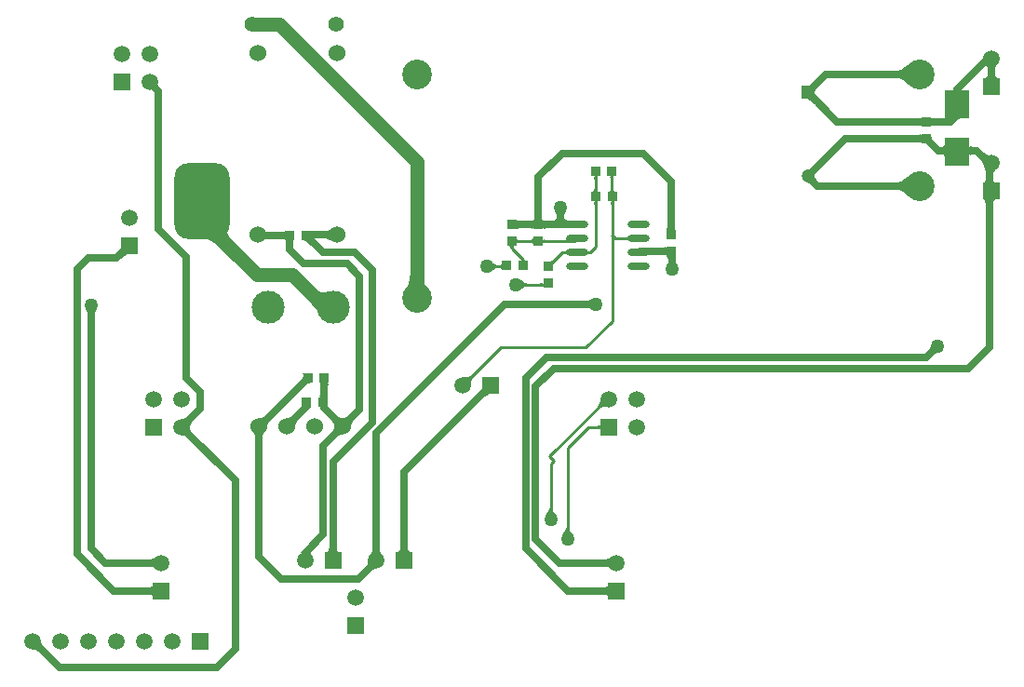
<source format=gbl>
G04 Layer_Physical_Order=2*
G04 Layer_Color=16711680*
%FSLAX25Y25*%
%MOIN*%
G70*
G01*
G75*
G04:AMPARAMS|DCode=11|XSize=196.85mil|YSize=271.65mil|CornerRadius=49.21mil|HoleSize=0mil|Usage=FLASHONLY|Rotation=180.000|XOffset=0mil|YOffset=0mil|HoleType=Round|Shape=RoundedRectangle|*
%AMROUNDEDRECTD11*
21,1,0.19685,0.17323,0,0,180.0*
21,1,0.09843,0.27165,0,0,180.0*
1,1,0.09843,-0.04921,0.08661*
1,1,0.09843,0.04921,0.08661*
1,1,0.09843,0.04921,-0.08661*
1,1,0.09843,-0.04921,-0.08661*
%
%ADD11ROUNDEDRECTD11*%
%ADD13C,0.02500*%
%ADD14C,0.05000*%
%ADD16C,0.01000*%
%ADD17R,0.05906X0.05906*%
%ADD18C,0.05906*%
%ADD19C,0.06000*%
%ADD20C,0.11811*%
%ADD21C,0.10630*%
%ADD22R,0.04724X0.04724*%
%ADD23C,0.04724*%
%ADD24C,0.05512*%
%ADD25R,0.05906X0.05906*%
%ADD26C,0.05000*%
%ADD27R,0.03740X0.03543*%
%ADD28R,0.03543X0.03740*%
%ADD29R,0.09055X0.09843*%
%ADD30O,0.08000X0.02400*%
G36*
X357177Y313154D02*
X356988Y313299D01*
X356763Y313371D01*
X356501Y313373D01*
X356202Y313302D01*
X355867Y313160D01*
X355495Y312946D01*
X355087Y312661D01*
X354642Y312304D01*
X353642Y311374D01*
X351973Y313240D01*
X352464Y313750D01*
X353239Y314664D01*
X353521Y315070D01*
X353734Y315441D01*
X353877Y315777D01*
X353951Y316079D01*
X353954Y316346D01*
X353888Y316578D01*
X353752Y316776D01*
X357177Y313154D01*
D02*
G37*
G36*
X414664Y315236D02*
X414525Y315075D01*
X414401Y314885D01*
X414292Y314665D01*
X414198Y314416D01*
X414119Y314138D01*
X414056Y313830D01*
X414007Y313494D01*
X413956Y312733D01*
X413953Y312309D01*
X411029Y315232D01*
X411454Y315235D01*
X412214Y315287D01*
X412551Y315335D01*
X412858Y315399D01*
X413136Y315478D01*
X413385Y315571D01*
X413605Y315680D01*
X413796Y315804D01*
X413957Y315944D01*
X414664Y315236D01*
D02*
G37*
G36*
X279655Y339108D02*
X279570Y338983D01*
X279495Y338840D01*
X279430Y338679D01*
X279375Y338500D01*
X279330Y338303D01*
X279295Y338088D01*
X279270Y337855D01*
X279250Y337335D01*
X276750D01*
X276745Y337604D01*
X276705Y338088D01*
X276670Y338303D01*
X276625Y338500D01*
X276570Y338679D01*
X276505Y338840D01*
X276430Y338983D01*
X276345Y339108D01*
X276250Y339215D01*
X279750D01*
X279655Y339108D01*
D02*
G37*
G36*
X580975Y324000D02*
X580832Y323992D01*
X580684Y323963D01*
X580529Y323915D01*
X580370Y323847D01*
X580204Y323760D01*
X580033Y323652D01*
X579856Y323525D01*
X579674Y323378D01*
X579292Y323025D01*
X577525Y324792D01*
X577711Y324986D01*
X578025Y325356D01*
X578152Y325533D01*
X578260Y325704D01*
X578347Y325870D01*
X578415Y326029D01*
X578463Y326184D01*
X578492Y326332D01*
X578500Y326475D01*
X580975Y324000D01*
D02*
G37*
G36*
X421595Y309339D02*
X421400Y309480D01*
X421171Y309551D01*
X420905D01*
X420605Y309480D01*
X420269Y309339D01*
X419898Y309127D01*
X419491Y308844D01*
X419049Y308490D01*
X418059Y307571D01*
X416291Y309339D01*
X416786Y309851D01*
X417564Y310771D01*
X417847Y311177D01*
X418059Y311548D01*
X418201Y311884D01*
X418271Y312185D01*
Y312450D01*
X418201Y312680D01*
X418059Y312874D01*
X421595Y309339D01*
D02*
G37*
G36*
X356854Y304642D02*
X356785Y304615D01*
X356667Y304536D01*
X356501Y304403D01*
X356023Y303979D01*
X353978Y301990D01*
X351567Y303114D01*
X352106Y303671D01*
X352944Y304649D01*
X353242Y305070D01*
X353460Y305446D01*
X353598Y305777D01*
X353656Y306063D01*
X353633Y306304D01*
X353530Y306499D01*
X353347Y306650D01*
X356854Y304642D01*
D02*
G37*
G36*
X342154Y299887D02*
X341946Y299667D01*
X341758Y299446D01*
X341591Y299223D01*
X341444Y298998D01*
X341318Y298771D01*
X341213Y298543D01*
X341127Y298313D01*
X341063Y298081D01*
X341019Y297847D01*
X340995Y297612D01*
X338228Y300771D01*
X338464Y300765D01*
X338698Y300782D01*
X338931Y300824D01*
X339162Y300889D01*
X339392Y300979D01*
X339620Y301092D01*
X339846Y301229D01*
X340071Y301390D01*
X340294Y301574D01*
X340515Y301783D01*
X342154Y299887D01*
D02*
G37*
G36*
X363068Y313117D02*
X362982Y313042D01*
X362905Y312917D01*
X362839Y312742D01*
X362783Y312517D01*
X362737Y312242D01*
X362701Y311917D01*
X362661Y311117D01*
X362657Y310814D01*
X362760Y308358D01*
X359240D01*
X359414Y308383D01*
X359570Y308458D01*
X359707Y308583D01*
X359826Y308758D01*
X359927Y308983D01*
X360009Y309258D01*
X360073Y309583D01*
X360119Y309958D01*
X360146Y310383D01*
X360154Y310781D01*
X360150Y311117D01*
X360074Y312242D01*
X360028Y312517D01*
X359972Y312742D01*
X359906Y312917D01*
X359829Y313042D01*
X359743Y313117D01*
X359646Y313142D01*
X363165D01*
X363068Y313117D01*
D02*
G37*
G36*
X462726Y304613D02*
X462347Y304691D01*
X461991Y304744D01*
X461658Y304772D01*
X461347Y304774D01*
X461059Y304750D01*
X460793Y304701D01*
X460551Y304627D01*
X460330Y304527D01*
X460133Y304402D01*
X459958Y304251D01*
X459411Y305119D01*
X459528Y305254D01*
X459644Y305426D01*
X459758Y305634D01*
X459870Y305878D01*
X459980Y306159D01*
X460197Y306828D01*
X460407Y307641D01*
X460509Y308102D01*
X462726Y304613D01*
D02*
G37*
G36*
X358688Y346868D02*
X359128Y346511D01*
X359561Y346217D01*
X359988Y345984D01*
X360408Y345814D01*
X360822Y345705D01*
X361230Y345659D01*
X361631Y345675D01*
X362025Y345753D01*
X362413Y345893D01*
X359363Y338216D01*
X359221Y338525D01*
X359046Y338849D01*
X358840Y339187D01*
X358330Y339908D01*
X358027Y340290D01*
X356924Y341524D01*
X356492Y341965D01*
X358241Y347286D01*
X358688Y346868D01*
D02*
G37*
G36*
X483642Y358740D02*
X487358D01*
X487337Y358715D01*
X487319Y358640D01*
X487303Y358515D01*
X487277Y358115D01*
X487265Y357276D01*
X487295Y356912D01*
X487330Y356697D01*
X487375Y356500D01*
X487430Y356321D01*
X487495Y356160D01*
X487570Y356017D01*
X487655Y355892D01*
X487750Y355785D01*
X484250D01*
X484345Y355892D01*
X484430Y356017D01*
X484505Y356160D01*
X484570Y356321D01*
X484625Y356500D01*
X484670Y356697D01*
X484705Y356912D01*
X484716Y357012D01*
X484706Y357140D01*
X484650Y357515D01*
X484573Y357840D01*
X484473Y358115D01*
X484351Y358340D01*
X484207Y358515D01*
X484041Y358640D01*
X483852Y358715D01*
X483642Y358740D01*
X483617Y358837D01*
X483542Y358924D01*
X483417Y359000D01*
X483242Y359067D01*
X483017Y359122D01*
X482742Y359168D01*
X482417Y359204D01*
X481617Y359245D01*
X481142Y359250D01*
Y361750D01*
X481617Y361755D01*
X482742Y361831D01*
X483017Y361877D01*
X483242Y361933D01*
X483417Y362000D01*
X483542Y362076D01*
X483617Y362163D01*
X483642Y362260D01*
Y358740D01*
D02*
G37*
G36*
X424847Y354000D02*
X424837Y354095D01*
X424806Y354180D01*
X424756Y354255D01*
X424685Y354320D01*
X424594Y354375D01*
X424482Y354420D01*
X424351Y354455D01*
X424199Y354480D01*
X424027Y354495D01*
X423835Y354500D01*
Y355500D01*
X424027Y355505D01*
X424199Y355520D01*
X424351Y355545D01*
X424482Y355580D01*
X424594Y355625D01*
X424685Y355680D01*
X424756Y355745D01*
X424806Y355820D01*
X424837Y355905D01*
X424847Y356000D01*
Y354000D01*
D02*
G37*
G36*
X448559Y359010D02*
X448545Y359103D01*
X448501Y359186D01*
X448430Y359260D01*
X448329Y359323D01*
X448200Y359377D01*
X448041Y359421D01*
X447855Y359456D01*
X447639Y359480D01*
X447394Y359495D01*
X447121Y359500D01*
Y360500D01*
X447394Y360505D01*
X447855Y360544D01*
X448041Y360578D01*
X448200Y360623D01*
X448329Y360677D01*
X448430Y360740D01*
X448501Y360814D01*
X448545Y360897D01*
X448559Y360990D01*
Y359010D01*
D02*
G37*
G36*
X444065Y356858D02*
X443862Y356647D01*
X443542Y356273D01*
X443426Y356108D01*
X443340Y355959D01*
X443283Y355825D01*
X443255Y355707D01*
X443256Y355604D01*
X443286Y355516D01*
X443346Y355444D01*
X441845Y356748D01*
X441926Y356697D01*
X442021Y356673D01*
X442129Y356677D01*
X442250Y356708D01*
X442385Y356766D01*
X442533Y356851D01*
X442695Y356964D01*
X442870Y357104D01*
X443260Y357467D01*
X444065Y356858D01*
D02*
G37*
G36*
X421527Y356512D02*
X421995Y356112D01*
X422220Y355950D01*
X422439Y355812D01*
X422652Y355700D01*
X422860Y355612D01*
X423062Y355550D01*
X423259Y355512D01*
X423449Y355500D01*
Y354500D01*
X423259Y354487D01*
X423062Y354450D01*
X422860Y354387D01*
X422652Y354300D01*
X422439Y354187D01*
X422220Y354050D01*
X421995Y353887D01*
X421764Y353700D01*
X421285Y353250D01*
Y356750D01*
X421527Y356512D01*
D02*
G37*
G36*
X432027Y350012D02*
X432495Y349612D01*
X432720Y349450D01*
X432939Y349312D01*
X433152Y349200D01*
X433360Y349112D01*
X433562Y349050D01*
X433759Y349012D01*
X433949Y349000D01*
Y348000D01*
X433759Y347987D01*
X433562Y347950D01*
X433360Y347887D01*
X433152Y347800D01*
X432939Y347687D01*
X432720Y347550D01*
X432495Y347387D01*
X432264Y347200D01*
X431785Y346750D01*
Y350250D01*
X432027Y350012D01*
D02*
G37*
G36*
X456715Y339750D02*
X456608Y339845D01*
X456483Y339930D01*
X456340Y340005D01*
X456179Y340070D01*
X456000Y340125D01*
X455803Y340170D01*
X455588Y340205D01*
X455355Y340230D01*
X454835Y340250D01*
Y342750D01*
X455104Y342755D01*
X455588Y342795D01*
X455803Y342830D01*
X456000Y342875D01*
X456179Y342930D01*
X456340Y342995D01*
X456483Y343070D01*
X456608Y343155D01*
X456715Y343250D01*
Y339750D01*
D02*
G37*
G36*
X397012Y351098D02*
X397110Y350079D01*
X397195Y349620D01*
X397305Y349194D01*
X397439Y348803D01*
X397598Y348445D01*
X397781Y348121D01*
X397989Y347831D01*
X398220Y347575D01*
X390779D01*
X391011Y347831D01*
X391219Y348121D01*
X391402Y348445D01*
X391561Y348803D01*
X391695Y349194D01*
X391805Y349620D01*
X391890Y350079D01*
X391951Y350571D01*
X391988Y351098D01*
X392000Y351659D01*
X397000D01*
X397012Y351098D01*
D02*
G37*
G36*
X439642Y347500D02*
X439632Y347595D01*
X439602Y347680D01*
X439552Y347755D01*
X439482Y347820D01*
X439392Y347875D01*
X439282Y347920D01*
X439152Y347955D01*
X439002Y347980D01*
X438832Y347995D01*
X438642Y348000D01*
Y349000D01*
X438832Y349005D01*
X439002Y349020D01*
X439152Y349045D01*
X439282Y349080D01*
X439392Y349125D01*
X439482Y349180D01*
X439552Y349245D01*
X439602Y349320D01*
X439632Y349405D01*
X439642Y349500D01*
Y347500D01*
D02*
G37*
G36*
X372085Y300097D02*
X371877Y299876D01*
X371691Y299654D01*
X371527Y299430D01*
X371385Y299204D01*
X371265Y298976D01*
X371168Y298747D01*
X371093Y298515D01*
X371039Y298282D01*
X371008Y298047D01*
X371000Y297810D01*
X368030Y300779D01*
X368267Y300788D01*
X368502Y300819D01*
X368736Y300872D01*
X368967Y300947D01*
X369197Y301045D01*
X369425Y301164D01*
X369651Y301306D01*
X369875Y301470D01*
X370097Y301656D01*
X370317Y301865D01*
X372085Y300097D01*
D02*
G37*
G36*
X357309Y253541D02*
X357094Y253314D01*
X356914Y253097D01*
X356768Y252890D01*
X356657Y252693D01*
X356581Y252507D01*
X356540Y252330D01*
X356533Y252164D01*
X356561Y252008D01*
X356624Y251861D01*
X356721Y251726D01*
X352869Y252241D01*
X355093Y254860D01*
X357309Y253541D01*
D02*
G37*
G36*
X463966Y246787D02*
X463799Y246943D01*
X463616Y247081D01*
X463419Y247204D01*
X463208Y247310D01*
X462981Y247400D01*
X462740Y247474D01*
X462484Y247531D01*
X462213Y247572D01*
X461928Y247596D01*
X461628Y247604D01*
Y250104D01*
X461928Y250112D01*
X462213Y250137D01*
X462484Y250178D01*
X462740Y250235D01*
X462981Y250308D01*
X463208Y250398D01*
X463419Y250505D01*
X463616Y250627D01*
X463799Y250766D01*
X463966Y250921D01*
Y246787D01*
D02*
G37*
G36*
X365762Y254743D02*
X365800Y254316D01*
X365862Y253939D01*
X365950Y253613D01*
X366062Y253336D01*
X366200Y253110D01*
X366362Y252934D01*
X366550Y252809D01*
X366762Y252733D01*
X367000Y252708D01*
X362000D01*
X362237Y252733D01*
X362450Y252809D01*
X362637Y252934D01*
X362800Y253110D01*
X362937Y253336D01*
X363050Y253613D01*
X363137Y253939D01*
X363200Y254316D01*
X363237Y254743D01*
X363250Y255220D01*
X365750D01*
X365762Y254743D01*
D02*
G37*
G36*
X381258Y253926D02*
X381283Y253641D01*
X381324Y253370D01*
X381381Y253114D01*
X381454Y252873D01*
X381544Y252647D01*
X381650Y252435D01*
X381773Y252238D01*
X381912Y252056D01*
X382067Y251888D01*
X377933D01*
X378088Y252056D01*
X378227Y252238D01*
X378350Y252435D01*
X378456Y252647D01*
X378546Y252873D01*
X378619Y253114D01*
X378676Y253370D01*
X378717Y253641D01*
X378742Y253926D01*
X378750Y254226D01*
X381250D01*
X381258Y253926D01*
D02*
G37*
G36*
X300966Y246787D02*
X300799Y246943D01*
X300616Y247081D01*
X300419Y247204D01*
X300208Y247310D01*
X299981Y247400D01*
X299740Y247474D01*
X299484Y247531D01*
X299214Y247572D01*
X298928Y247596D01*
X298628Y247604D01*
Y250104D01*
X298928Y250112D01*
X299214Y250137D01*
X299484Y250178D01*
X299740Y250235D01*
X299981Y250308D01*
X300208Y250398D01*
X300419Y250505D01*
X300616Y250627D01*
X300799Y250766D01*
X300966Y250921D01*
Y246787D01*
D02*
G37*
G36*
X300146Y236354D02*
X300121Y236592D01*
X300045Y236804D01*
X299920Y236992D01*
X299744Y237154D01*
X299518Y237292D01*
X299242Y237404D01*
X298915Y237492D01*
X298538Y237554D01*
X298111Y237592D01*
X297634Y237604D01*
Y240104D01*
X298111Y240117D01*
X298538Y240154D01*
X298915Y240217D01*
X299242Y240304D01*
X299518Y240417D01*
X299744Y240554D01*
X299920Y240717D01*
X300045Y240904D01*
X300121Y241117D01*
X300146Y241354D01*
Y236354D01*
D02*
G37*
G36*
X259970Y220679D02*
X260011Y220453D01*
X260072Y220229D01*
X260155Y220005D01*
X260258Y219782D01*
X260381Y219561D01*
X260526Y219340D01*
X260691Y219121D01*
X260876Y218902D01*
X261083Y218685D01*
X259418Y216814D01*
X259200Y217020D01*
X258980Y217203D01*
X258759Y217364D01*
X258538Y217500D01*
X258315Y217614D01*
X258091Y217704D01*
X257866Y217771D01*
X257640Y217815D01*
X257413Y217835D01*
X257185Y217832D01*
X259950Y220906D01*
X259970Y220679D01*
D02*
G37*
G36*
X380168Y246831D02*
X379942Y246808D01*
X379717Y246765D01*
X379492Y246701D01*
X379269Y246617D01*
X379047Y246512D01*
X378826Y246387D01*
X378606Y246242D01*
X378386Y246076D01*
X378168Y245890D01*
X377951Y245683D01*
X376052Y247320D01*
X376259Y247539D01*
X376442Y247759D01*
X376601Y247979D01*
X376737Y248201D01*
X376849Y248424D01*
X376938Y248648D01*
X377003Y248872D01*
X377044Y249098D01*
X377062Y249325D01*
X377056Y249552D01*
X380168Y246831D01*
D02*
G37*
G36*
X463146Y236354D02*
X463121Y236592D01*
X463046Y236804D01*
X462920Y236992D01*
X462744Y237154D01*
X462518Y237292D01*
X462242Y237404D01*
X461915Y237492D01*
X461538Y237554D01*
X461111Y237592D01*
X460634Y237604D01*
Y240104D01*
X461111Y240117D01*
X461538Y240154D01*
X461915Y240217D01*
X462242Y240304D01*
X462518Y240417D01*
X462744Y240554D01*
X462920Y240717D01*
X463046Y240904D01*
X463121Y241117D01*
X463146Y241354D01*
Y236354D01*
D02*
G37*
G36*
X391262Y254743D02*
X391300Y254316D01*
X391362Y253939D01*
X391450Y253613D01*
X391562Y253336D01*
X391700Y253110D01*
X391862Y252934D01*
X392050Y252809D01*
X392262Y252733D01*
X392500Y252708D01*
X387500D01*
X387737Y252733D01*
X387950Y252809D01*
X388137Y252934D01*
X388300Y253110D01*
X388437Y253336D01*
X388550Y253613D01*
X388637Y253939D01*
X388700Y254316D01*
X388737Y254743D01*
X388750Y255220D01*
X391250D01*
X391262Y254743D01*
D02*
G37*
G36*
X314426Y299749D02*
X314219Y299531D01*
X314035Y299311D01*
X313872Y299091D01*
X313732Y298870D01*
X313613Y298647D01*
X313517Y298424D01*
X313442Y298199D01*
X313390Y297973D01*
X313359Y297746D01*
X313350Y297518D01*
X310427Y300441D01*
X310655Y300449D01*
X310882Y300480D01*
X311108Y300533D01*
X311333Y300607D01*
X311557Y300704D01*
X311779Y300822D01*
X312001Y300963D01*
X312221Y301126D01*
X312440Y301310D01*
X312658Y301516D01*
X314426Y299749D01*
D02*
G37*
G36*
X460469Y296488D02*
X460459Y296583D01*
X460428Y296668D01*
X460378Y296743D01*
X460307Y296808D01*
X460216Y296863D01*
X460105Y296908D01*
X459973Y296943D01*
X459821Y296968D01*
X459649Y296983D01*
X459457Y296988D01*
Y297988D01*
X459649Y297993D01*
X459821Y298008D01*
X459973Y298033D01*
X460105Y298068D01*
X460216Y298113D01*
X460307Y298168D01*
X460378Y298233D01*
X460428Y298308D01*
X460459Y298393D01*
X460469Y298488D01*
Y296488D01*
D02*
G37*
G36*
X365903Y301656D02*
X366125Y301470D01*
X366349Y301306D01*
X366575Y301164D01*
X366803Y301045D01*
X367033Y300947D01*
X367264Y300872D01*
X367498Y300819D01*
X367733Y300788D01*
X367970Y300779D01*
X365000Y297810D01*
X364991Y298047D01*
X364961Y298282D01*
X364907Y298515D01*
X364832Y298747D01*
X364735Y298976D01*
X364615Y299204D01*
X364473Y299430D01*
X364309Y299654D01*
X364123Y299876D01*
X363915Y300097D01*
X365683Y301865D01*
X365903Y301656D01*
D02*
G37*
G36*
X352085Y300097D02*
X351877Y299876D01*
X351691Y299654D01*
X351527Y299430D01*
X351385Y299204D01*
X351265Y298976D01*
X351168Y298747D01*
X351093Y298515D01*
X351039Y298282D01*
X351009Y298047D01*
X351000Y297810D01*
X348030Y300779D01*
X348267Y300788D01*
X348502Y300819D01*
X348736Y300872D01*
X348967Y300947D01*
X349197Y301045D01*
X349425Y301164D01*
X349651Y301306D01*
X349875Y301470D01*
X350097Y301656D01*
X350317Y301865D01*
X352085Y300097D01*
D02*
G37*
G36*
X367970Y294780D02*
X367733Y294771D01*
X367498Y294740D01*
X367264Y294687D01*
X367033Y294612D01*
X366803Y294514D01*
X366575Y294395D01*
X366349Y294253D01*
X366125Y294089D01*
X365903Y293903D01*
X365683Y293694D01*
X363915Y295462D01*
X364123Y295683D01*
X364309Y295905D01*
X364473Y296129D01*
X364615Y296355D01*
X364735Y296583D01*
X364832Y296812D01*
X364907Y297044D01*
X364961Y297277D01*
X364991Y297512D01*
X365000Y297749D01*
X367970Y294780D01*
D02*
G37*
G36*
X443012Y268259D02*
X443050Y268062D01*
X443112Y267860D01*
X443200Y267653D01*
X443312Y267439D01*
X443450Y267220D01*
X443612Y266995D01*
X443800Y266764D01*
X444250Y266285D01*
X440750D01*
X440987Y266528D01*
X441387Y266995D01*
X441550Y267220D01*
X441687Y267439D01*
X441800Y267653D01*
X441887Y267860D01*
X441950Y268062D01*
X441987Y268259D01*
X442000Y268449D01*
X443000D01*
X443012Y268259D01*
D02*
G37*
G36*
X449012Y261259D02*
X449050Y261062D01*
X449112Y260860D01*
X449200Y260652D01*
X449312Y260439D01*
X449450Y260220D01*
X449612Y259995D01*
X449800Y259764D01*
X450250Y259285D01*
X446750D01*
X446987Y259527D01*
X447387Y259995D01*
X447550Y260220D01*
X447687Y260439D01*
X447800Y260652D01*
X447887Y260860D01*
X447950Y261062D01*
X447987Y261259D01*
X448000Y261449D01*
X449000D01*
X449012Y261259D01*
D02*
G37*
G36*
X313359Y297230D02*
X313390Y297003D01*
X313442Y296777D01*
X313517Y296553D01*
X313613Y296329D01*
X313732Y296106D01*
X313872Y295885D01*
X314035Y295665D01*
X314219Y295446D01*
X314426Y295228D01*
X312658Y293460D01*
X312440Y293666D01*
X312221Y293851D01*
X312001Y294013D01*
X311779Y294154D01*
X311557Y294272D01*
X311333Y294369D01*
X311108Y294443D01*
X310882Y294496D01*
X310655Y294527D01*
X310427Y294535D01*
X313350Y297459D01*
X313359Y297230D01*
D02*
G37*
G36*
X339938Y295463D02*
X339794Y295275D01*
X339666Y295073D01*
X339556Y294856D01*
X339462Y294624D01*
X339386Y294379D01*
X339327Y294119D01*
X339284Y293844D01*
X339258Y293555D01*
X339250Y293252D01*
X336750D01*
X336741Y293555D01*
X336716Y293844D01*
X336673Y294119D01*
X336614Y294379D01*
X336537Y294624D01*
X336444Y294856D01*
X336333Y295073D01*
X336206Y295275D01*
X336062Y295463D01*
X335900Y295637D01*
X340100D01*
X339938Y295463D01*
D02*
G37*
G36*
X291623Y359414D02*
X291483Y359506D01*
X291308Y359538D01*
X291097Y359511D01*
X290851Y359424D01*
X290570Y359277D01*
X290254Y359070D01*
X289902Y358804D01*
X289092Y358091D01*
X288634Y357646D01*
X286866Y359414D01*
X287312Y359872D01*
X288291Y361033D01*
X288497Y361350D01*
X288644Y361631D01*
X288731Y361877D01*
X288759Y362087D01*
X288726Y362262D01*
X288634Y362402D01*
X291623Y359414D01*
D02*
G37*
G36*
X597732Y395549D02*
X597953Y395368D01*
X598173Y395215D01*
X598394Y395088D01*
X598614Y394987D01*
X598834Y394914D01*
X599054Y394867D01*
X599274Y394847D01*
X599494Y394854D01*
X599714Y394888D01*
X597431Y391441D01*
X597381Y391655D01*
X597314Y391868D01*
X597229Y392082D01*
X597127Y392296D01*
X597007Y392510D01*
X596870Y392725D01*
X596714Y392940D01*
X596352Y393372D01*
X596144Y393588D01*
X597512Y395756D01*
X597732Y395549D01*
D02*
G37*
G36*
X537803Y388815D02*
X537624Y388630D01*
X537321Y388281D01*
X537198Y388119D01*
X537094Y387964D01*
X537010Y387816D01*
X536944Y387677D01*
X536898Y387544D01*
X536870Y387420D01*
X536862Y387303D01*
X534524Y389642D01*
X534640Y389650D01*
X534765Y389677D01*
X534897Y389724D01*
X535037Y389790D01*
X535184Y389874D01*
X535339Y389978D01*
X535502Y390100D01*
X535850Y390403D01*
X536036Y390583D01*
X537803Y388815D01*
D02*
G37*
G36*
X583496Y394390D02*
X583475Y394553D01*
X583412Y394699D01*
X583305Y394828D01*
X583157Y394940D01*
X582966Y395035D01*
X582732Y395112D01*
X582456Y395173D01*
X582138Y395216D01*
X581777Y395241D01*
X581374Y395250D01*
Y397750D01*
X581777Y397759D01*
X582456Y397827D01*
X582732Y397888D01*
X582966Y397965D01*
X583157Y398060D01*
X583305Y398172D01*
X583412Y398301D01*
X583475Y398447D01*
X583496Y398610D01*
Y394390D01*
D02*
G37*
G36*
X592540Y398750D02*
X592615Y398540D01*
X592739Y398355D01*
X592913Y398194D01*
X593137Y398059D01*
X593410Y397948D01*
X593733Y397861D01*
X594106Y397799D01*
X594528Y397762D01*
X595000Y397750D01*
Y395250D01*
X594528Y395238D01*
X594106Y395201D01*
X593733Y395139D01*
X593410Y395052D01*
X593137Y394941D01*
X592913Y394806D01*
X592739Y394645D01*
X592615Y394460D01*
X592540Y394250D01*
X592516Y394016D01*
Y398984D01*
X592540Y398750D01*
D02*
G37*
G36*
X465310Y387132D02*
X465226Y387102D01*
X465150Y387052D01*
X465086Y386982D01*
X465030Y386892D01*
X464986Y386782D01*
X464951Y386652D01*
X464925Y386502D01*
X464911Y386332D01*
X464906Y386142D01*
X463905D01*
X463901Y386332D01*
X463885Y386502D01*
X463861Y386652D01*
X463826Y386782D01*
X463780Y386892D01*
X463726Y386982D01*
X463660Y387052D01*
X463586Y387102D01*
X463500Y387132D01*
X463406Y387142D01*
X465406D01*
X465310Y387132D01*
D02*
G37*
G36*
X536870Y387139D02*
X536898Y387015D01*
X536944Y386882D01*
X537010Y386743D01*
X537094Y386595D01*
X537198Y386440D01*
X537321Y386278D01*
X537624Y385929D01*
X537803Y385744D01*
X536036Y383976D01*
X535850Y384156D01*
X535502Y384458D01*
X535339Y384581D01*
X535184Y384685D01*
X535037Y384770D01*
X534897Y384835D01*
X534765Y384882D01*
X534640Y384909D01*
X534524Y384917D01*
X536862Y387256D01*
X536870Y387139D01*
D02*
G37*
G36*
X464911Y382668D02*
X464925Y382498D01*
X464951Y382348D01*
X464986Y382218D01*
X465030Y382108D01*
X465086Y382018D01*
X465150Y381948D01*
X465226Y381898D01*
X465310Y381868D01*
X465406Y381858D01*
X463406D01*
X463500Y381868D01*
X463586Y381898D01*
X463660Y381948D01*
X463726Y382018D01*
X463780Y382108D01*
X463826Y382218D01*
X463861Y382348D01*
X463885Y382498D01*
X463901Y382668D01*
X463905Y382858D01*
X464906D01*
X464911Y382668D01*
D02*
G37*
G36*
X459499Y387132D02*
X459414Y387102D01*
X459339Y387052D01*
X459274Y386982D01*
X459219Y386892D01*
X459174Y386782D01*
X459139Y386652D01*
X459114Y386502D01*
X459099Y386332D01*
X459094Y386142D01*
X458094D01*
X458089Y386332D01*
X458074Y386502D01*
X458049Y386652D01*
X458014Y386782D01*
X457969Y386892D01*
X457914Y386982D01*
X457849Y387052D01*
X457774Y387102D01*
X457689Y387132D01*
X457594Y387142D01*
X459594D01*
X459499Y387132D01*
D02*
G37*
G36*
X601721Y389395D02*
X601536Y389281D01*
X601371Y389146D01*
X601226Y388989D01*
X601099Y388812D01*
X600993Y388614D01*
X600905Y388394D01*
X600837Y388154D01*
X600789Y387892D01*
X600760Y387609D01*
X600752Y387366D01*
X600762Y386964D01*
X600800Y386537D01*
X600862Y386161D01*
X600950Y385835D01*
X601062Y385558D01*
X601200Y385332D01*
X601362Y385156D01*
X601550Y385030D01*
X601762Y384954D01*
X602000Y384929D01*
X597390Y384941D01*
X597553Y384966D01*
X597699Y385041D01*
X597828Y385166D01*
X597940Y385341D01*
X598035Y385566D01*
X598112Y385841D01*
X598173Y386166D01*
X598215Y386541D01*
X598241Y386966D01*
X598250Y387441D01*
X600342D01*
X598250Y388133D01*
X598245Y388434D01*
X598205Y388998D01*
X598171Y389260D01*
X598071Y389745D01*
X598007Y389967D01*
X597932Y390177D01*
X597848Y390374D01*
X597754Y390558D01*
X601721Y389395D01*
D02*
G37*
G36*
X578701Y402362D02*
X578628Y402137D01*
X578627Y401875D01*
X578698Y401576D01*
X578840Y401241D01*
X579054Y400869D01*
X579339Y400461D01*
X579696Y400016D01*
X580626Y399016D01*
X578760Y397346D01*
X578250Y397838D01*
X577336Y398613D01*
X576930Y398895D01*
X576559Y399108D01*
X576223Y399251D01*
X575921Y399324D01*
X575654Y399328D01*
X575422Y399262D01*
X575224Y399126D01*
X578846Y402551D01*
X578701Y402362D01*
D02*
G37*
G36*
X570704Y420059D02*
X570223Y420528D01*
X569277Y421319D01*
X568813Y421640D01*
X568354Y421912D01*
X567901Y422134D01*
X567453Y422307D01*
X567011Y422431D01*
X566575Y422505D01*
X566145Y422530D01*
Y425030D01*
X566575Y425054D01*
X567011Y425128D01*
X567453Y425252D01*
X567901Y425425D01*
X568354Y425647D01*
X568813Y425919D01*
X569277Y426240D01*
X569747Y426611D01*
X570223Y427031D01*
X570704Y427500D01*
Y420059D01*
D02*
G37*
G36*
X538618Y419630D02*
X538122Y419116D01*
X537341Y418195D01*
X537057Y417788D01*
X536844Y417417D01*
X536788Y417286D01*
X536850Y417139D01*
X537062Y416768D01*
X537345Y416361D01*
X537699Y415919D01*
X538618Y414929D01*
X536850Y413162D01*
X536338Y413657D01*
X535418Y414434D01*
X535012Y414717D01*
X534640Y414929D01*
X534305Y415071D01*
X534004Y415141D01*
X533739D01*
X533509Y415071D01*
X533315Y414929D01*
X535659Y417274D01*
X533315Y419618D01*
X533508Y419478D01*
X533737Y419408D01*
X534001Y419409D01*
X534302Y419481D01*
X534637Y419624D01*
X535009Y419837D01*
X535416Y420121D01*
X535858Y420476D01*
X536850Y421397D01*
X538618Y419630D01*
D02*
G37*
G36*
X599024Y427391D02*
X602398D01*
X602242Y427224D01*
X602104Y427041D01*
X601981Y426845D01*
X601875Y426633D01*
X601785Y426406D01*
X601711Y426165D01*
X601654Y425909D01*
X601613Y425639D01*
X601589Y425353D01*
X601581Y425053D01*
X599081D01*
X599073Y425353D01*
X599048Y425639D01*
X599007Y425909D01*
X598950Y426165D01*
X598876Y426406D01*
X598787Y426633D01*
X598709Y426788D01*
X598526Y426760D01*
X598313Y426699D01*
X598098Y426609D01*
X597881Y426489D01*
X597662Y426339D01*
X597442Y426160D01*
X597220Y425952D01*
X596129Y428397D01*
X596340Y428614D01*
X596877Y429244D01*
X597024Y429448D01*
X597271Y429844D01*
X597371Y430037D01*
X597455Y430227D01*
X597523Y430413D01*
X599024Y427391D01*
D02*
G37*
G36*
X601593Y424463D02*
X601631Y424036D01*
X601693Y423660D01*
X601781Y423333D01*
X601893Y423057D01*
X602031Y422831D01*
X602193Y422655D01*
X602381Y422529D01*
X602593Y422454D01*
X602831Y422429D01*
X597831D01*
X598068Y422454D01*
X598281Y422529D01*
X598468Y422655D01*
X598631Y422831D01*
X598768Y423057D01*
X598881Y423333D01*
X598968Y423660D01*
X599031Y424036D01*
X599068Y424463D01*
X599081Y424941D01*
X601581D01*
X601593Y424463D01*
D02*
G37*
G36*
X301795Y420344D02*
X301815Y420223D01*
X301859Y420088D01*
X301930Y419940D01*
X302025Y419778D01*
X302146Y419603D01*
X302292Y419415D01*
X302661Y418998D01*
X302884Y418770D01*
X301116Y417002D01*
X300888Y417224D01*
X300282Y417740D01*
X300108Y417861D01*
X299946Y417956D01*
X299798Y418026D01*
X299663Y418071D01*
X299542Y418090D01*
X299434Y418084D01*
X301801Y420452D01*
X301795Y420344D01*
D02*
G37*
G36*
X575142Y405020D02*
X575117Y405117D01*
X575042Y405203D01*
X574917Y405280D01*
X574742Y405346D01*
X574517Y405402D01*
X574242Y405448D01*
X573917Y405484D01*
X573117Y405524D01*
X572642Y405529D01*
Y408030D01*
X573117Y408035D01*
X574242Y408111D01*
X574517Y408157D01*
X574742Y408213D01*
X574917Y408279D01*
X575042Y408356D01*
X575117Y408442D01*
X575142Y408539D01*
Y405020D01*
D02*
G37*
G36*
Y399114D02*
X575117Y399211D01*
X575042Y399298D01*
X574917Y399374D01*
X574742Y399441D01*
X574517Y399497D01*
X574242Y399542D01*
X573917Y399578D01*
X573117Y399619D01*
X572642Y399624D01*
Y402124D01*
X573117Y402129D01*
X574242Y402206D01*
X574517Y402251D01*
X574742Y402307D01*
X574917Y402374D01*
X575042Y402450D01*
X575117Y402537D01*
X575142Y402634D01*
Y399114D01*
D02*
G37*
G36*
X589141Y408014D02*
X588968Y407961D01*
X588774Y407872D01*
X588558Y407747D01*
X588321Y407587D01*
X588062Y407391D01*
X587480Y406893D01*
X586811Y406252D01*
X584687Y407663D01*
X584750Y407733D01*
X584791Y407796D01*
X584810Y407851D01*
X584807Y407899D01*
X584782Y407940D01*
X584735Y407973D01*
X584667Y407999D01*
X584577Y408017D01*
X584465Y408028D01*
X584331Y408032D01*
X589292D01*
X589141Y408014D01*
D02*
G37*
G36*
X578883Y408442D02*
X578958Y408356D01*
X579083Y408279D01*
X579258Y408213D01*
X579483Y408157D01*
X579758Y408111D01*
X580083Y408075D01*
X580883Y408035D01*
X581358Y408030D01*
Y405529D01*
X580883Y405524D01*
X579758Y405448D01*
X579483Y405402D01*
X579258Y405346D01*
X579083Y405280D01*
X578958Y405203D01*
X578883Y405117D01*
X578858Y405020D01*
Y408539D01*
X578883Y408442D01*
D02*
G37*
G36*
X459099Y382668D02*
X459114Y382498D01*
X459139Y382348D01*
X459174Y382218D01*
X459219Y382108D01*
X459274Y382018D01*
X459339Y381948D01*
X459414Y381898D01*
X459499Y381868D01*
X459594Y381858D01*
X457594D01*
X457689Y381868D01*
X457774Y381898D01*
X457849Y381948D01*
X457914Y382018D01*
X457969Y382108D01*
X458014Y382218D01*
X458049Y382348D01*
X458074Y382498D01*
X458089Y382668D01*
X458094Y382858D01*
X459094D01*
X459099Y382668D01*
D02*
G37*
G36*
X470559Y364009D02*
X470545Y364103D01*
X470502Y364186D01*
X470430Y364260D01*
X470329Y364323D01*
X470199Y364377D01*
X470041Y364422D01*
X469854Y364456D01*
X469639Y364480D01*
X469394Y364495D01*
X469121Y364500D01*
Y365500D01*
X469394Y365505D01*
X469854Y365544D01*
X470041Y365578D01*
X470199Y365623D01*
X470329Y365676D01*
X470430Y365740D01*
X470502Y365814D01*
X470545Y365897D01*
X470559Y365990D01*
Y364009D01*
D02*
G37*
G36*
X449200Y363802D02*
X449596Y363744D01*
X450014Y363648D01*
X450036Y363609D01*
X449934Y363575D01*
X449707Y363548D01*
X449355Y363527D01*
X447552Y363500D01*
X447121Y364500D01*
X447380Y364505D01*
X447784Y364545D01*
X447929Y364580D01*
X448038Y364625D01*
X448108Y364679D01*
X448141Y364744D01*
X448136Y364819D01*
X448094Y364904D01*
X448014Y364998D01*
X449200Y363802D01*
D02*
G37*
G36*
X465007Y367010D02*
X465028Y366819D01*
X465064Y366633D01*
X465113Y366454D01*
X465177Y366280D01*
X465254Y366112D01*
X465346Y365951D01*
X465452Y365794D01*
X465573Y365644D01*
X465707Y365500D01*
X465146Y364646D01*
X465119Y364664D01*
X465094Y364659D01*
X465072Y364631D01*
X465053Y364580D01*
X465037Y364506D01*
X465001Y363981D01*
X465000Y363793D01*
X464000Y366000D01*
X465000Y367207D01*
X465007Y367010D01*
D02*
G37*
G36*
X363704Y364219D02*
X363530Y364380D01*
X363342Y364525D01*
X363139Y364652D01*
X362923Y364763D01*
X362691Y364856D01*
X362446Y364933D01*
X362186Y364992D01*
X361911Y365035D01*
X361622Y365060D01*
X361319Y365069D01*
Y367569D01*
X361622Y367577D01*
X361911Y367603D01*
X362186Y367645D01*
X362446Y367705D01*
X362691Y367781D01*
X362923Y367875D01*
X363139Y367985D01*
X363342Y368113D01*
X363530Y368257D01*
X363704Y368419D01*
Y364219D01*
D02*
G37*
G36*
X439868Y364905D02*
X439898Y364820D01*
X439948Y364745D01*
X440018Y364680D01*
X440108Y364625D01*
X440218Y364580D01*
X440348Y364545D01*
X440498Y364520D01*
X440668Y364505D01*
X440858Y364500D01*
Y363500D01*
X440668Y363495D01*
X440498Y363480D01*
X440348Y363455D01*
X440218Y363420D01*
X440108Y363375D01*
X440018Y363320D01*
X439948Y363255D01*
X439898Y363180D01*
X439868Y363095D01*
X439858Y363000D01*
Y365000D01*
X439868Y364905D01*
D02*
G37*
G36*
X429195Y362245D02*
X429154Y362222D01*
X429118Y362185D01*
X429086Y362132D01*
X429060Y362064D01*
X429038Y361981D01*
X429022Y361884D01*
X429010Y361771D01*
X429000Y361500D01*
X428000D01*
X427997Y361643D01*
X427978Y361884D01*
X427961Y361981D01*
X427940Y362064D01*
X427913Y362132D01*
X427882Y362185D01*
X427846Y362222D01*
X427805Y362245D01*
X427760Y362252D01*
X429240D01*
X429195Y362245D01*
D02*
G37*
G36*
X326868Y368743D02*
X326599Y368413D01*
X326478Y368005D01*
X326504Y367520D01*
X326679Y366958D01*
X327001Y366319D01*
X327471Y365602D01*
X328089Y364807D01*
X328855Y363936D01*
X329769Y362987D01*
X324527Y361158D01*
X323625Y362025D01*
X321951Y363417D01*
X321179Y363942D01*
X320450Y364354D01*
X319764Y364652D01*
X319122Y364836D01*
X318523Y364906D01*
X317968Y364863D01*
X317456Y364706D01*
X327285Y368996D01*
X326868Y368743D01*
D02*
G37*
G36*
X436154Y363000D02*
X436144Y363095D01*
X436113Y363180D01*
X436063Y363255D01*
X435992Y363320D01*
X435901Y363375D01*
X435789Y363420D01*
X435658Y363455D01*
X435506Y363480D01*
X435334Y363495D01*
X435142Y363500D01*
Y364500D01*
X435334Y364505D01*
X435506Y364520D01*
X435658Y364545D01*
X435789Y364580D01*
X435901Y364625D01*
X435992Y364680D01*
X436063Y364745D01*
X436113Y364820D01*
X436144Y364905D01*
X436154Y365000D01*
Y363000D01*
D02*
G37*
G36*
X430368Y364905D02*
X430398Y364820D01*
X430448Y364745D01*
X430518Y364680D01*
X430608Y364625D01*
X430718Y364580D01*
X430848Y364545D01*
X430998Y364520D01*
X431168Y364505D01*
X431358Y364500D01*
Y363500D01*
X431168Y363495D01*
X430998Y363480D01*
X430848Y363455D01*
X430718Y363420D01*
X430608Y363375D01*
X430518Y363320D01*
X430448Y363255D01*
X430398Y363180D01*
X430368Y363095D01*
X430358Y363000D01*
Y365000D01*
X430368Y364905D01*
D02*
G37*
G36*
X356690Y367803D02*
X356765Y367754D01*
X356890Y367711D01*
X357065Y367673D01*
X357290Y367641D01*
X357890Y367595D01*
X359165Y367569D01*
Y365069D01*
X358690Y365060D01*
X357890Y364985D01*
X357764Y364960D01*
X358433Y364240D01*
X356764Y362374D01*
X356245Y362875D01*
X355319Y363661D01*
X354910Y363946D01*
X354539Y364160D01*
X354203Y364302D01*
X353905Y364373D01*
X353643Y364371D01*
X353417Y364299D01*
X353228Y364154D01*
X356653Y367776D01*
X356517Y367578D01*
X356451Y367346D01*
X356455Y367079D01*
X356528Y366777D01*
X356665Y366456D01*
Y367858D01*
X356690Y367803D01*
D02*
G37*
G36*
X459499Y378144D02*
X459414Y378113D01*
X459339Y378063D01*
X459274Y377992D01*
X459219Y377901D01*
X459174Y377790D01*
X459139Y377658D01*
X459114Y377506D01*
X459099Y377334D01*
X459094Y377142D01*
X458094D01*
X458089Y377334D01*
X458074Y377506D01*
X458049Y377658D01*
X458014Y377790D01*
X457969Y377901D01*
X457914Y377992D01*
X457849Y378063D01*
X457774Y378113D01*
X457689Y378144D01*
X457594Y378154D01*
X459594D01*
X459499Y378144D01*
D02*
G37*
G36*
X601762Y379034D02*
X601550Y378959D01*
X601362Y378834D01*
X601200Y378659D01*
X601062Y378434D01*
X600950Y378159D01*
X600862Y377834D01*
X600800Y377459D01*
X600762Y377034D01*
X600750Y376559D01*
X598250D01*
X598241Y377034D01*
X598173Y377834D01*
X598112Y378159D01*
X598035Y378434D01*
X597940Y378659D01*
X597828Y378834D01*
X597699Y378959D01*
X597553Y379034D01*
X597390Y379059D01*
X602000D01*
X601762Y379034D01*
D02*
G37*
G36*
X570704Y380059D02*
X570223Y380528D01*
X569277Y381319D01*
X568813Y381640D01*
X568354Y381912D01*
X567901Y382134D01*
X567453Y382307D01*
X567011Y382431D01*
X566575Y382505D01*
X566145Y382529D01*
Y385030D01*
X566575Y385054D01*
X567011Y385128D01*
X567453Y385252D01*
X567901Y385425D01*
X568354Y385647D01*
X568813Y385919D01*
X569277Y386240D01*
X569747Y386611D01*
X570223Y387031D01*
X570704Y387500D01*
Y380059D01*
D02*
G37*
G36*
X465405Y378144D02*
X465320Y378113D01*
X465245Y378063D01*
X465180Y377992D01*
X465125Y377901D01*
X465080Y377790D01*
X465045Y377658D01*
X465020Y377506D01*
X465005Y377334D01*
X465000Y377142D01*
X464000D01*
X463995Y377334D01*
X463980Y377506D01*
X463955Y377658D01*
X463920Y377790D01*
X463875Y377901D01*
X463820Y377992D01*
X463755Y378063D01*
X463680Y378113D01*
X463595Y378144D01*
X463500Y378154D01*
X465500D01*
X465405Y378144D01*
D02*
G37*
G36*
X439256Y373690D02*
X439347Y372565D01*
X439402Y372290D01*
X439469Y372065D01*
X439548Y371890D01*
X439639Y371765D01*
X439743Y371690D01*
X439858Y371665D01*
X436142D01*
X436257Y371690D01*
X436361Y371765D01*
X436452Y371890D01*
X436531Y372065D01*
X436598Y372290D01*
X436653Y372565D01*
X436695Y372890D01*
X436744Y373690D01*
X436750Y374165D01*
X439250D01*
X439256Y373690D01*
D02*
G37*
G36*
X436142Y368146D02*
X436117Y368261D01*
X436042Y368363D01*
X435917Y368454D01*
X435742Y368532D01*
X435517Y368599D01*
X435242Y368653D01*
X434917Y368696D01*
X434117Y368744D01*
X433642Y368750D01*
Y371250D01*
X434117Y371254D01*
X435517Y371354D01*
X435742Y371399D01*
X435917Y371453D01*
X436042Y371516D01*
X436117Y371586D01*
X436142Y371665D01*
Y368146D01*
D02*
G37*
G36*
X430383Y371586D02*
X430458Y371516D01*
X430583Y371453D01*
X430758Y371399D01*
X430983Y371354D01*
X431258Y371316D01*
X431958Y371267D01*
X432858Y371250D01*
Y368750D01*
X432383Y368744D01*
X431258Y368653D01*
X430983Y368599D01*
X430758Y368532D01*
X430583Y368454D01*
X430458Y368363D01*
X430383Y368261D01*
X430358Y368146D01*
Y371665D01*
X430383Y371586D01*
D02*
G37*
G36*
X447655Y374108D02*
X447570Y373983D01*
X447495Y373840D01*
X447430Y373679D01*
X447375Y373500D01*
X447330Y373303D01*
X447301Y373126D01*
X447350Y372850D01*
X447475Y372475D01*
X447650Y372150D01*
X447875Y371875D01*
X448150Y371650D01*
X448475Y371475D01*
X448850Y371350D01*
X449275Y371275D01*
X449750Y371250D01*
X446000Y368750D01*
X442358Y371178D01*
Y368750D01*
X441883Y368744D01*
X440758Y368653D01*
X440483Y368599D01*
X440258Y368532D01*
X440083Y368454D01*
X439958Y368363D01*
X439883Y368261D01*
X439858Y368146D01*
Y371665D01*
X439883Y371586D01*
X439958Y371516D01*
X440083Y371453D01*
X440258Y371399D01*
X440483Y371354D01*
X440758Y371316D01*
X441458Y371267D01*
X442278Y371251D01*
X442725Y371275D01*
X443150Y371350D01*
X443525Y371475D01*
X443850Y371650D01*
X444125Y371875D01*
X444350Y372150D01*
X444525Y372475D01*
X444650Y372850D01*
X444699Y373126D01*
X444670Y373303D01*
X444625Y373500D01*
X444570Y373679D01*
X444505Y373840D01*
X444430Y373983D01*
X444345Y374108D01*
X444250Y374215D01*
X447750D01*
X447655Y374108D01*
D02*
G37*
G36*
X486756Y370190D02*
X486847Y369065D01*
X486902Y368790D01*
X486969Y368565D01*
X487048Y368390D01*
X487139Y368265D01*
X487243Y368190D01*
X487358Y368165D01*
X483642D01*
X483757Y368190D01*
X483861Y368265D01*
X483952Y368390D01*
X484031Y368565D01*
X484098Y368790D01*
X484153Y369065D01*
X484195Y369390D01*
X484244Y370190D01*
X484250Y370665D01*
X486750D01*
X486756Y370190D01*
D02*
G37*
D11*
X317500Y378279D02*
D03*
D13*
X312000Y315000D02*
X317000Y310000D01*
Y304090D02*
Y310000D01*
X310398Y297488D02*
X317000Y304090D01*
X278000Y254000D02*
Y341000D01*
X283146Y248854D02*
X303075D01*
X278000Y254000D02*
X283146Y248854D01*
X286146Y238854D02*
X303075D01*
X273000Y252000D02*
X286146Y238854D01*
X312000Y315000D02*
Y358500D01*
X302000Y368500D02*
X312000Y358500D01*
X287140Y357919D02*
X291575Y362354D01*
X577000Y406779D02*
X585571D01*
X534500Y387280D02*
X538000Y383780D01*
X574500D01*
X534500Y417279D02*
X541000Y423779D01*
X574500D01*
X545000Y406779D02*
X577000D01*
X534500Y417279D02*
X545000Y406779D01*
X548094Y400874D02*
X577000D01*
X534500Y387280D02*
X548094Y400874D01*
X337819Y366000D02*
X349000D01*
X337500Y366319D02*
X337819Y366000D01*
X355224Y366319D02*
X365846D01*
X354906Y366000D02*
X355224Y366319D01*
X354906Y366000D02*
X360906Y360000D01*
X372165D01*
X354500Y249780D02*
Y252500D01*
X361000Y259000D01*
X373500Y243000D02*
X379500Y249000D01*
X346000Y243000D02*
X373500D01*
X338000Y251000D02*
X346000Y243000D01*
X338000Y251000D02*
Y297779D01*
X443500Y318500D02*
X592000D01*
X599500Y326000D01*
X600331Y419500D02*
Y429500D01*
X577000Y400874D02*
X581374Y396500D01*
X595000D01*
X599500Y392000D01*
X585571Y406779D02*
X588000Y409209D01*
Y418500D01*
X599000Y429500D01*
X266500Y211500D02*
X323000D01*
X329500Y218000D01*
Y278386D01*
X310398Y297488D02*
X329500Y278386D01*
X257000Y221000D02*
X266500Y211500D01*
X599500Y326000D02*
Y392000D01*
X302000Y368500D02*
Y417886D01*
X298898Y420988D02*
X302000Y417886D01*
X445646Y248854D02*
X466075D01*
X448646Y238854D02*
X466075D01*
X441000Y322500D02*
X577000D01*
X581000Y326500D01*
X361000Y259000D02*
Y290779D01*
X368000Y297779D01*
X364500Y249780D02*
Y285000D01*
X368000Y297779D02*
X374000Y303780D01*
Y351500D01*
X369500Y356000D02*
X374000Y351500D01*
X364500Y285000D02*
X378500Y299000D01*
Y353665D01*
X372165Y360000D02*
X378500Y353665D01*
X273000Y252000D02*
Y354000D01*
X276919Y357919D01*
X287140D01*
X437000Y257500D02*
X445646Y248854D01*
X437000Y257500D02*
Y312000D01*
X443500Y318500D01*
X433500Y254000D02*
X448646Y238854D01*
X433500Y254000D02*
Y315000D01*
X441000Y322500D01*
X428500Y369905D02*
X428594Y370000D01*
X338280Y297779D02*
X355500Y315000D01*
X338000Y297779D02*
X338280D01*
X361405Y304374D02*
X368000Y297779D01*
X361405Y304374D02*
Y315000D01*
X355094Y304874D02*
Y306500D01*
X348000Y297779D02*
X355094Y304874D01*
X474500Y360500D02*
X485500D01*
X474000Y360000D02*
X474500Y360500D01*
X446000Y370000D02*
Y376000D01*
Y370000D02*
X452000D01*
X438000Y387000D02*
X446500Y395500D01*
X475500D01*
X485500Y385500D01*
Y366406D02*
Y385500D01*
X438000Y369905D02*
Y370000D01*
Y387000D01*
X428594Y370000D02*
X438000D01*
X446000D01*
X380000Y249780D02*
Y295500D01*
X379500Y249000D02*
Y250000D01*
X380000Y295500D02*
X426000Y341500D01*
X452000D01*
X486000Y354000D02*
Y360000D01*
X485500Y360500D02*
X486000Y360000D01*
X450500Y341500D02*
X452000D01*
X458500D01*
X390000Y281279D02*
X421000Y312280D01*
X390000Y249780D02*
Y281279D01*
X349000Y361000D02*
Y366000D01*
Y361000D02*
X354000Y356000D01*
X369500D01*
D14*
X335500Y441780D02*
X345220D01*
X394500Y392500D01*
Y343779D02*
Y392500D01*
X361496Y340496D02*
X364811D01*
X337220Y352000D02*
X349992D01*
X361496Y340496D01*
X320000Y369220D02*
Y378279D01*
Y369220D02*
X337220Y352000D01*
D16*
X456000Y297488D02*
X463398D01*
X462488Y307488D02*
X463398D01*
X448500Y257500D02*
Y289988D01*
X456000Y297488D01*
X442000Y287000D02*
X462488Y307488D01*
X426094Y355000D02*
X426594Y355500D01*
X430000Y348500D02*
X440906D01*
X441500Y349094D01*
Y355000D02*
X446500Y360000D01*
X452000D01*
X451000Y364000D02*
X452000Y365000D01*
X428500Y364000D02*
X438000D01*
X451000D01*
X428500Y361500D02*
Y364000D01*
Y361500D02*
X432500Y357500D01*
Y355500D02*
Y357500D01*
X452000Y360000D02*
X456500D01*
X458594Y362094D01*
Y380000D01*
Y388906D01*
X458500Y389000D02*
X458594Y388906D01*
X465500Y365000D02*
X474000D01*
X419500Y355000D02*
X426094D01*
X424720Y326000D02*
X455000D01*
X411000Y312280D02*
X424720Y326000D01*
X464500Y366000D02*
Y380000D01*
Y366000D02*
X465500Y365000D01*
X464405Y380000D02*
Y389000D01*
X455000Y326000D02*
X464500Y335500D01*
Y366000D01*
X442000Y287000D02*
X443500Y285500D01*
X442500Y284500D02*
X443500Y285500D01*
X442500Y264500D02*
Y284500D01*
D17*
X466075Y238854D02*
D03*
X600331Y382000D02*
D03*
Y419500D02*
D03*
X303075Y238854D02*
D03*
X291575Y362354D02*
D03*
X463398Y297488D02*
D03*
X300398D02*
D03*
X288898Y420988D02*
D03*
X372500Y226279D02*
D03*
D18*
X466075Y248854D02*
D03*
X600331Y392000D02*
D03*
Y429500D02*
D03*
X303075Y248854D02*
D03*
X291575Y372354D02*
D03*
X473398Y307488D02*
D03*
X463398D02*
D03*
X473398Y297488D02*
D03*
X310398Y307488D02*
D03*
X300398D02*
D03*
X310398Y297488D02*
D03*
X298898Y430988D02*
D03*
X288898D02*
D03*
X298898Y420988D02*
D03*
X372500Y236280D02*
D03*
X354500Y249780D02*
D03*
X411000Y312280D02*
D03*
X380000Y249780D02*
D03*
X297000Y220779D02*
D03*
X307000D02*
D03*
X287000D02*
D03*
X277000D02*
D03*
X267000D02*
D03*
X257000D02*
D03*
D19*
X338000Y297779D02*
D03*
X348000D02*
D03*
X358000D02*
D03*
X368000D02*
D03*
X337500Y366319D02*
D03*
X365846D02*
D03*
X337500Y431280D02*
D03*
X365846D02*
D03*
D20*
X341189Y340496D02*
D03*
X364811D02*
D03*
D21*
X394500Y343779D02*
D03*
X574500Y383780D02*
D03*
X394500Y423779D02*
D03*
X574500D02*
D03*
D22*
X534500Y417279D02*
D03*
D23*
Y387280D02*
D03*
D24*
X365500Y441780D02*
D03*
X335500D02*
D03*
D25*
X364500Y249780D02*
D03*
X421000Y312280D02*
D03*
X390000Y249780D02*
D03*
X317000Y220779D02*
D03*
D26*
X581000Y326500D02*
D03*
X278000Y341000D02*
D03*
X448500Y257500D02*
D03*
X430000Y348500D02*
D03*
X419500Y355000D02*
D03*
X446000Y376000D02*
D03*
X458500Y341500D02*
D03*
X486000Y354000D02*
D03*
X442500Y264500D02*
D03*
D27*
X577000Y406779D02*
D03*
Y400874D02*
D03*
X438000Y364000D02*
D03*
Y369905D02*
D03*
X485500Y360500D02*
D03*
Y366406D02*
D03*
X428500Y369905D02*
D03*
Y364000D02*
D03*
X441500Y349094D02*
D03*
Y355000D02*
D03*
D28*
X349000Y366000D02*
D03*
X354906D02*
D03*
X426594Y355500D02*
D03*
X432500D02*
D03*
X458594Y380000D02*
D03*
X464500D02*
D03*
X361000Y306500D02*
D03*
X355094D02*
D03*
X458500Y389000D02*
D03*
X464405D02*
D03*
X355500Y315000D02*
D03*
X361405D02*
D03*
D29*
X588000Y396000D02*
D03*
Y412929D02*
D03*
D30*
X474000Y355000D02*
D03*
Y360000D02*
D03*
Y365000D02*
D03*
Y370000D02*
D03*
X452000D02*
D03*
Y365000D02*
D03*
Y360000D02*
D03*
Y355000D02*
D03*
M02*

</source>
